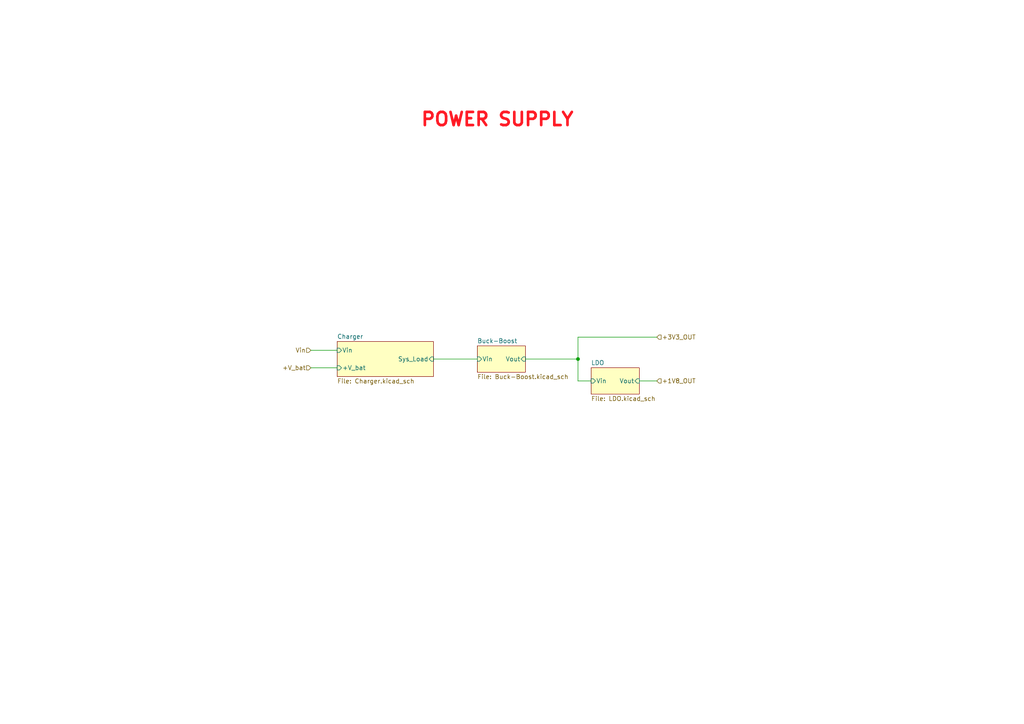
<source format=kicad_sch>
(kicad_sch
	(version 20250114)
	(generator "eeschema")
	(generator_version "9.0")
	(uuid "7970852a-f7a4-4130-93ab-52424db57b3a")
	(paper "A4")
	(title_block
		(title "Charger")
	)
	(lib_symbols)
	(text "POWER SUPPLY\n"
		(exclude_from_sim no)
		(at 144.272 34.798 0)
		(effects
			(font
				(size 3.81 3.81)
				(thickness 0.762)
				(bold yes)
				(color 255 20 31 1)
			)
		)
		(uuid "27ea130e-fbb3-48d8-8bbe-f0c9b287c9db")
	)
	(junction
		(at 167.64 104.14)
		(diameter 0)
		(color 0 0 0 0)
		(uuid "7139c3f8-c9e6-46a0-8bf1-35b4a7412e32")
	)
	(wire
		(pts
			(xy 125.73 104.14) (xy 138.43 104.14)
		)
		(stroke
			(width 0)
			(type default)
		)
		(uuid "03347d67-4b4f-4573-bc5a-d7ea542954f2")
	)
	(wire
		(pts
			(xy 185.42 110.49) (xy 190.5 110.49)
		)
		(stroke
			(width 0)
			(type default)
		)
		(uuid "086d8452-591f-4b71-85fe-47826b3f8367")
	)
	(wire
		(pts
			(xy 167.64 110.49) (xy 167.64 104.14)
		)
		(stroke
			(width 0)
			(type default)
		)
		(uuid "2259b2fc-335b-4785-87cb-007f6da020d1")
	)
	(wire
		(pts
			(xy 90.17 101.6) (xy 97.79 101.6)
		)
		(stroke
			(width 0)
			(type default)
		)
		(uuid "539e2cef-8077-49d0-a85f-122f5cf99548")
	)
	(wire
		(pts
			(xy 90.17 106.68) (xy 97.79 106.68)
		)
		(stroke
			(width 0)
			(type default)
		)
		(uuid "617590bc-e5c7-4964-ad90-a0c1c1aeb547")
	)
	(wire
		(pts
			(xy 167.64 97.79) (xy 167.64 104.14)
		)
		(stroke
			(width 0)
			(type default)
		)
		(uuid "6c479747-6b12-456c-a51f-067634e20cee")
	)
	(wire
		(pts
			(xy 167.64 110.49) (xy 171.45 110.49)
		)
		(stroke
			(width 0)
			(type default)
		)
		(uuid "a1769150-4d72-4b1e-869c-16a39f73af63")
	)
	(wire
		(pts
			(xy 190.5 97.79) (xy 167.64 97.79)
		)
		(stroke
			(width 0)
			(type default)
		)
		(uuid "b5a80db0-d437-412c-aada-49e2ba4bffca")
	)
	(wire
		(pts
			(xy 152.4 104.14) (xy 167.64 104.14)
		)
		(stroke
			(width 0)
			(type default)
		)
		(uuid "f97f5fec-9026-4033-ae83-c60001e827d2")
	)
	(hierarchical_label "+3V3_OUT"
		(shape input)
		(at 190.5 97.79 0)
		(effects
			(font
				(size 1.27 1.27)
			)
			(justify left)
		)
		(uuid "18ffc806-846a-44e0-ad5d-b69c86f18d28")
	)
	(hierarchical_label "+V_bat"
		(shape input)
		(at 90.17 106.68 180)
		(effects
			(font
				(size 1.27 1.27)
			)
			(justify right)
		)
		(uuid "41408363-6d7c-460f-84c9-842fe4344fe0")
	)
	(hierarchical_label "+1V8_OUT"
		(shape input)
		(at 190.5 110.49 0)
		(effects
			(font
				(size 1.27 1.27)
			)
			(justify left)
		)
		(uuid "61e1108f-26bb-4084-be64-e26007d6b5b6")
	)
	(hierarchical_label "Vin"
		(shape input)
		(at 90.17 101.6 180)
		(effects
			(font
				(size 1.27 1.27)
			)
			(justify right)
		)
		(uuid "e7c1383a-ddbd-448c-9269-9d13979b7335")
	)
	(sheet
		(at 138.43 100.33)
		(size 13.97 7.62)
		(exclude_from_sim no)
		(in_bom yes)
		(on_board yes)
		(dnp no)
		(fields_autoplaced yes)
		(stroke
			(width 0.1524)
			(type solid)
		)
		(fill
			(color 255 255 194 1.0000)
		)
		(uuid "185d0b05-e8e4-4a33-bf89-f67e4862ef19")
		(property "Sheetname" "Buck-Boost"
			(at 138.43 99.6184 0)
			(effects
				(font
					(size 1.27 1.27)
				)
				(justify left bottom)
			)
		)
		(property "Sheetfile" "Buck-Boost.kicad_sch"
			(at 138.43 108.5346 0)
			(effects
				(font
					(size 1.27 1.27)
				)
				(justify left top)
			)
		)
		(pin "Vin" input
			(at 138.43 104.14 180)
			(uuid "6e822bd6-03bd-4d13-a1b8-84ab25ead98c")
			(effects
				(font
					(size 1.27 1.27)
				)
				(justify left)
			)
		)
		(pin "Vout" input
			(at 152.4 104.14 0)
			(uuid "ceff0f47-eabe-4f97-8fa4-ba955562cf91")
			(effects
				(font
					(size 1.27 1.27)
				)
				(justify right)
			)
		)
		(instances
			(project "BLE_sensors"
				(path "/06b47d3c-6b7b-411b-8755-cae193722202/30528618-a979-4bf1-b774-eef2b8cf727d"
					(page "4")
				)
			)
		)
	)
	(sheet
		(at 97.79 99.06)
		(size 27.94 10.16)
		(exclude_from_sim no)
		(in_bom yes)
		(on_board yes)
		(dnp no)
		(fields_autoplaced yes)
		(stroke
			(width 0.1524)
			(type solid)
		)
		(fill
			(color 255 255 194 1.0000)
		)
		(uuid "9515a31a-8844-493e-b588-3303487459e9")
		(property "Sheetname" "Charger"
			(at 97.79 98.3484 0)
			(effects
				(font
					(size 1.27 1.27)
				)
				(justify left bottom)
			)
		)
		(property "Sheetfile" "Charger.kicad_sch"
			(at 97.79 109.8046 0)
			(effects
				(font
					(size 1.27 1.27)
				)
				(justify left top)
			)
		)
		(pin "+V_bat" input
			(at 97.79 106.68 180)
			(uuid "5defe2dc-7851-415b-aacb-b2872bd0a0b8")
			(effects
				(font
					(size 1.27 1.27)
				)
				(justify left)
			)
		)
		(pin "Sys_Load" input
			(at 125.73 104.14 0)
			(uuid "204cd1af-9dca-41d5-85eb-8eff9be31597")
			(effects
				(font
					(size 1.27 1.27)
				)
				(justify right)
			)
		)
		(pin "Vin" input
			(at 97.79 101.6 180)
			(uuid "c34d640a-be1a-492d-a057-cc2adb19dadd")
			(effects
				(font
					(size 1.27 1.27)
				)
				(justify left)
			)
		)
		(instances
			(project "BLE_sensors"
				(path "/06b47d3c-6b7b-411b-8755-cae193722202/30528618-a979-4bf1-b774-eef2b8cf727d"
					(page "3")
				)
			)
		)
	)
	(sheet
		(at 171.45 106.68)
		(size 13.97 7.62)
		(exclude_from_sim no)
		(in_bom yes)
		(on_board yes)
		(dnp no)
		(fields_autoplaced yes)
		(stroke
			(width 0.1524)
			(type solid)
		)
		(fill
			(color 255 255 194 1.0000)
		)
		(uuid "c6c48d9e-1d41-497c-bdd1-6d10255ac4a5")
		(property "Sheetname" "LDO"
			(at 171.45 105.9684 0)
			(effects
				(font
					(size 1.27 1.27)
				)
				(justify left bottom)
			)
		)
		(property "Sheetfile" "LDO.kicad_sch"
			(at 171.45 114.8846 0)
			(effects
				(font
					(size 1.27 1.27)
				)
				(justify left top)
			)
		)
		(pin "Vin" input
			(at 171.45 110.49 180)
			(uuid "f085b153-ae6f-477d-8ba9-b7246d5bafc1")
			(effects
				(font
					(size 1.27 1.27)
				)
				(justify left)
			)
		)
		(pin "Vout" input
			(at 185.42 110.49 0)
			(uuid "a9f46fff-c3ff-4288-aaa0-d8ff4b4cce26")
			(effects
				(font
					(size 1.27 1.27)
				)
				(justify right)
			)
		)
		(instances
			(project "BLE_sensors"
				(path "/06b47d3c-6b7b-411b-8755-cae193722202/30528618-a979-4bf1-b774-eef2b8cf727d"
					(page "5")
				)
			)
		)
	)
)

</source>
